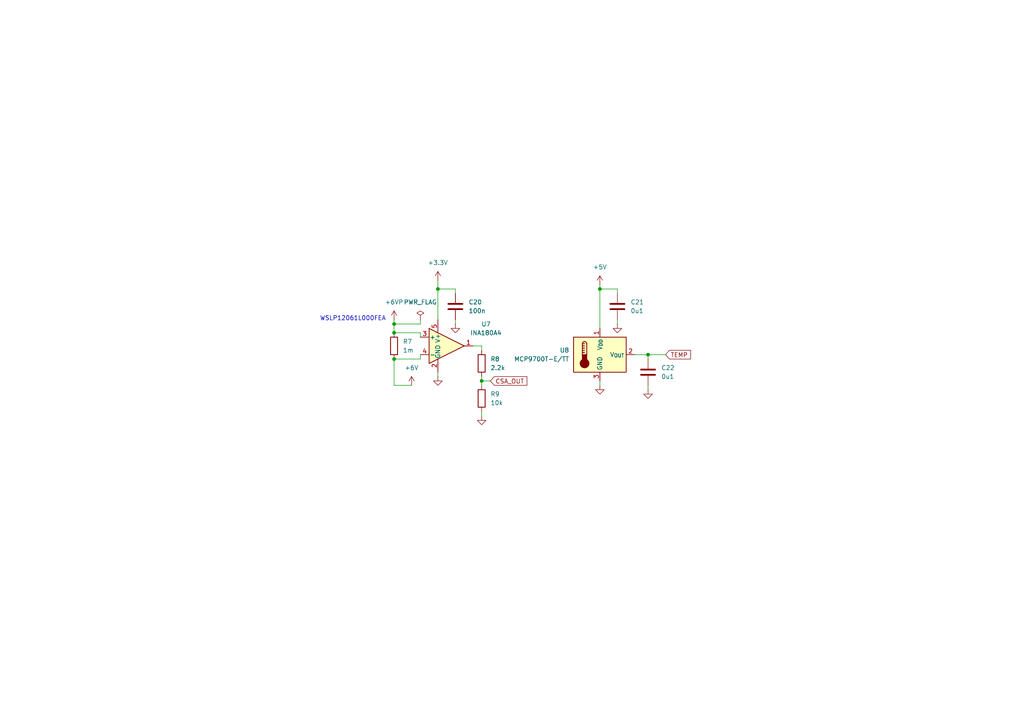
<source format=kicad_sch>
(kicad_sch (version 20250114) (generator "eeschema") (generator_version "9.0")
  (paper "A4")
  (lib_symbols
    (symbol "Amplifier_Current:INA180A4" (pin_names (offset 0.127))
      (property "Reference" "U" (at 3.81 3.81 0))
      (property "Value" "INA180A4" (at 3.81 -2.54 0))
      (symbol "INA180A4_0_1"
        (polyline (pts (xy 5.08 0) (xy -5.08 5.08) (xy -5.08 -5.08) (xy 5.08 0)) (stroke (width 0.254)) (fill (type background)))
      )
      (symbol "INA180A4_1_1"
        (pin input line (at -7.62 2.54 0) (length 2.54) (name "+") (number "3"))
        (pin input line (at -7.62 -2.54 0) (length 2.54) (name "-") (number "4"))
        (pin power_in line (at -2.54 7.62 270) (length 3.81) (name "V+") (number "5"))
        (pin power_in line (at -2.54 -7.62 90) (length 3.81) (name "GND") (number "2"))
        (pin output line (at 7.62 0 180) (length 2.54) (name "~") (number "1"))
      )
    )
    (symbol "Device:C" (pin_numbers (hide yes)) (pin_names (offset 0.254))
      (property "Reference" "C" (at 0.635 2.54 0))
      (property "Value" "C" (at 0.635 -2.54 0))
      (symbol "C_0_1"
        (polyline (pts (xy -2.032 0.762) (xy 2.032 0.762)) (stroke (width 0.508)))
        (polyline (pts (xy -2.032 -0.762) (xy 2.032 -0.762)) (stroke (width 0.508)))
      )
      (symbol "C_1_1"
        (pin passive line (at 0 3.81 270) (length 2.794) (name "~") (number "1"))
        (pin passive line (at 0 -3.81 90) (length 2.794) (name "~") (number "2"))
      )
    )
    (symbol "Device:R" (pin_numbers (hide yes)) (pin_names (offset 0))
      (property "Reference" "R" (at 2.032 0 90))
      (property "Value" "R" (at 0 0 90))
      (symbol "R_0_1"
        (rectangle (start -1.016 -2.54) (end 1.016 2.54) (stroke (width 0.254)))
      )
      (symbol "R_1_1"
        (pin passive line (at 0 3.81 270) (length 1.27) (name "~") (number "1"))
        (pin passive line (at 0 -3.81 90) (length 1.27) (name "~") (number "2"))
      )
    )
    (symbol "Sensor_Temperature:MCP9700Ax-ETT"
      (property "Reference" "U" (at -6.35 6.35 0))
      (property "Value" "MCP9700Ax-ETT" (at 1.27 6.35 0))
      (symbol "MCP9700Ax-ETT_0_1"
        (rectangle (start -7.62 5.08) (end 7.62 -5.08) (stroke (width 0.254)) (fill (type background)))
        (polyline (pts (xy -5.08 3.175) (xy -5.08 0)) (stroke (width 0.254)))
        (polyline (pts (xy -5.08 3.175) (xy -4.445 3.175)) (stroke (width 0.254)))
        (polyline (pts (xy -5.08 2.54) (xy -4.445 2.54)) (stroke (width 0.254)))
        (polyline (pts (xy -5.08 1.905) (xy -4.445 1.905)) (stroke (width 0.254)))
        (polyline (pts (xy -5.08 1.27) (xy -4.445 1.27)) (stroke (width 0.254)))
        (polyline (pts (xy -5.08 0.635) (xy -4.445 0.635)) (stroke (width 0.254)))
        (arc (start -5.08 3.175) (mid -4.445 3.8073) (end -3.81 3.175) (stroke (width 0.254)))
        (circle (center -4.445 -2.54) (radius 1.27) (stroke (width 0.254)) (fill (type outline)))
        (polyline (pts (xy -3.81 3.175) (xy -3.81 0)) (stroke (width 0.254)))
        (rectangle (start -3.81 -1.905) (end -5.08 0) (stroke (width 0.254)) (fill (type outline)))
      )
      (symbol "MCP9700Ax-ETT_1_1"
        (pin power_in line (at 0 7.62 270) (length 2.54) (name "V_{DD}") (number "1"))
        (pin power_in line (at 0 -7.62 90) (length 2.54) (name "GND") (number "3"))
        (pin output line (at 10.16 0 180) (length 2.54) (name "V_{OUT}") (number "2"))
      )
    )
    (symbol "power:+3.3V" (power) (pin_numbers (hide yes)) (pin_names (offset 0) (hide yes))
      (property "Value" "+3.3V" (at 0 3.556 0))
      (symbol "+3.3V_0_1"
        (polyline (pts (xy -0.762 1.27) (xy 0 2.54)))
        (polyline (pts (xy 0 2.54) (xy 0.762 1.27)))
        (polyline (pts (xy 0 0) (xy 0 2.54)))
      )
      (symbol "+3.3V_1_1"
        (pin power_in line (at 0 0 90) (length 0) (name "~") (number "1"))
      )
    )
    (symbol "power:+5V" (power) (pin_numbers (hide yes)) (pin_names (offset 0) (hide yes))
      (property "Value" "+5V" (at 0 3.556 0))
      (symbol "+5V_0_1"
        (polyline (pts (xy -0.762 1.27) (xy 0 2.54)))
        (polyline (pts (xy 0 2.54) (xy 0.762 1.27)))
        (polyline (pts (xy 0 0) (xy 0 2.54)))
      )
      (symbol "+5V_1_1"
        (pin power_in line (at 0 0 90) (length 0) (name "~") (number "1"))
      )
    )
    (symbol "power:+6V" (power) (pin_numbers (hide yes)) (pin_names (offset 0) (hide yes))
      (property "Value" "+6V" (at 0 3.556 0))
      (symbol "+6V_0_1"
        (polyline (pts (xy -0.762 1.27) (xy 0 2.54)))
        (polyline (pts (xy 0 2.54) (xy 0.762 1.27)))
        (polyline (pts (xy 0 0) (xy 0 2.54)))
      )
      (symbol "+6V_1_1"
        (pin power_in line (at 0 0 90) (length 0) (name "~") (number "1"))
      )
    )
    (symbol "power:GND" (power) (pin_numbers (hide yes)) (pin_names (offset 0) (hide yes))
      (property "Value" "GND" (at 0 -3.81 0))
      (symbol "GND_0_1"
        (polyline (pts (xy 0 0) (xy 0 -1.27) (xy 1.27 -1.27) (xy 0 -2.54) (xy -1.27 -1.27) (xy 0 -1.27)))
      )
      (symbol "GND_1_1"
        (pin power_in line (at 0 0 270) (length 0) (name "~") (number "1"))
      )
    )
    (symbol "power:PWR_FLAG" (power) (pin_numbers (hide yes)) (pin_names (offset 0) (hide yes))
      (property "Value" "PWR_FLAG" (at 0 3.81 0))
      (symbol "PWR_FLAG_0_0"
        (pin power_out line (at 0 0 90) (length 0) (name "~") (number "1"))
      )
      (symbol "PWR_FLAG_0_1"
        (polyline (pts (xy 0 0) (xy 0 1.27) (xy -1.016 1.905) (xy 0 2.54) (xy 1.016 1.905) (xy 0 1.27)))
      )
    )
  )
  (text "WSLP12061L000FEA" (at 102.362 92.456 0) (effects (font (size 1.27 1.27))))
  (junction (at 114.3 93.98))
  (junction (at 187.96 102.87))
  (junction (at 139.7 110.49))
  (junction (at 114.3 104.14))
  (junction (at 173.99 83.82))
  (junction (at 127 83.82))
  (junction (at 114.3 96.52))
  (wire (pts (xy 132.08 85.09) (xy 132.08 83.82)))
  (wire (pts (xy 139.7 110.49) (xy 139.7 111.76)))
  (wire (pts (xy 139.7 119.38) (xy 139.7 120.65)))
  (wire (pts (xy 173.99 82.55) (xy 173.99 83.82)))
  (wire (pts (xy 139.7 100.33) (xy 139.7 101.6)))
  (wire (pts (xy 173.99 83.82) (xy 173.99 95.25)))
  (wire (pts (xy 121.92 93.98) (xy 114.3 93.98)))
  (wire (pts (xy 114.3 93.98) (xy 114.3 96.52)))
  (wire (pts (xy 187.96 111.76) (xy 187.96 113.03)))
  (wire (pts (xy 114.3 92.71) (xy 114.3 93.98)))
  (wire (pts (xy 127 83.82) (xy 127 92.71)))
  (wire (pts (xy 132.08 83.82) (xy 127 83.82)))
  (wire (pts (xy 114.3 111.76) (xy 114.3 104.14)))
  (wire (pts (xy 114.3 104.14) (xy 121.92 104.14)))
  (wire (pts (xy 137.16 100.33) (xy 139.7 100.33)))
  (wire (pts (xy 121.92 96.52) (xy 121.92 97.79)))
  (wire (pts (xy 187.96 102.87) (xy 187.96 104.14)))
  (wire (pts (xy 127 107.95) (xy 127 109.22)))
  (wire (pts (xy 179.07 85.09) (xy 179.07 83.82)))
  (wire (pts (xy 173.99 110.49) (xy 173.99 111.76)))
  (wire (pts (xy 179.07 92.71) (xy 179.07 93.98)))
  (wire (pts (xy 179.07 83.82) (xy 173.99 83.82)))
  (wire (pts (xy 132.08 92.71) (xy 132.08 93.98)))
  (wire (pts (xy 119.38 111.76) (xy 114.3 111.76)))
  (wire (pts (xy 187.96 102.87) (xy 193.04 102.87)))
  (wire (pts (xy 121.92 104.14) (xy 121.92 102.87)))
  (wire (pts (xy 121.92 92.71) (xy 121.92 93.98)))
  (wire (pts (xy 139.7 110.49) (xy 142.24 110.49)))
  (wire (pts (xy 139.7 109.22) (xy 139.7 110.49)))
  (wire (pts (xy 184.15 102.87) (xy 187.96 102.87)))
  (wire (pts (xy 114.3 96.52) (xy 121.92 96.52)))
  (wire (pts (xy 127 81.28) (xy 127 83.82)))
  (global_label "TEMP" (shape input) (at 193.04 102.87 0) (property "Intersheetrefs" "${INTERSHEET_REFS}" (effects (hide yes))))
  (global_label "CSA_OUT" (shape input) (at 142.24 110.49 0) (property "Intersheetrefs" "${INTERSHEET_REFS}" (effects (hide yes))))
  (symbol (lib_id "Device:C") (at 187.96 107.95 0) (unit 1)
    (property "Reference" "C22" (at 191.77 106.6799 0) (effects (justify left)))
    (property "Value" "0u1" (at 191.77 109.2199 0) (effects (justify left)))
    (property "Footprint" "Capacitor_SMD:C_0402_1005Metric" (effects (hide yes)))
    (property "Description" "Unpolarized capacitor" (effects (hide yes)))
  )
  (symbol (lib_id "power:+6V") (at 119.38 111.76 0) (unit 1)
    (property "Reference" "#PWR046" (effects (hide yes)))
    (property "Value" "+6V" (at 119.38 106.68 0))
    (property "Description" "Power symbol creates a global label with name \"+6V\"" (effects (hide yes)))
  )
  (symbol (lib_id "Device:C") (at 179.07 88.9 0) (unit 1)
    (property "Reference" "C21" (at 182.88 87.6299 0) (effects (justify left)))
    (property "Value" "0u1" (at 182.88 90.1699 0) (effects (justify left)))
    (property "Footprint" "Capacitor_SMD:C_0402_1005Metric" (effects (hide yes)))
    (property "Description" "Unpolarized capacitor" (effects (hide yes)))
  )
  (symbol (lib_id "power:+3.3V") (at 127 81.28 0) (unit 1)
    (property "Reference" "#PWR047" (effects (hide yes)))
    (property "Value" "+3.3V" (at 127 76.2 0))
    (property "Description" "Power symbol creates a global label with name \"+3.3V\"" (effects (hide yes)))
  )
  (symbol (lib_id "power:+5V") (at 173.99 82.55 0) (unit 1)
    (property "Reference" "#PWR053" (effects (hide yes)))
    (property "Value" "+5V" (at 173.99 77.47 0))
    (property "Description" "Power symbol creates a global label with name \"+5V\"" (effects (hide yes)))
  )
  (symbol (lib_id "power:+6V") (at 114.3 92.71 0) (unit 1)
    (property "Reference" "#PWR029" (effects (hide yes)))
    (property "Value" "+6VP" (at 114.3 87.63 0))
    (property "Description" "Power symbol creates a global label with name \"+6V\"" (effects (hide yes)))
  )
  (symbol (lib_id "Device:R") (at 139.7 115.57 180) (unit 1)
    (property "Reference" "R9" (at 142.24 114.2999 0) (effects (justify right)))
    (property "Value" "10k" (at 142.24 116.8399 0) (effects (justify right)))
    (property "Footprint" "Resistor_SMD:R_0402_1005Metric" (effects (hide yes)))
    (property "Description" "Resistor" (effects (hide yes)))
  )
  (symbol (lib_id "Device:R") (at 114.3 100.33 0) (unit 1)
    (property "Reference" "R7" (at 116.84 99.0599 0) (effects (justify left)))
    (property "Value" "1m" (at 116.84 101.5999 0) (effects (justify left)))
    (property "Footprint" "Resistor_SMD:R_1206_3216Metric" (effects (hide yes)))
    (property "Description" "Resistor" (effects (hide yes)))
  )
  (symbol (lib_id "power:PWR_FLAG") (at 121.92 92.71 0) (unit 1)
    (property "Reference" "#FLG04" (effects (hide yes)))
    (property "Value" "PWR_FLAG" (at 121.92 87.63 0))
    (property "Description" "Special symbol for telling ERC where power comes from" (effects (hide yes)))
  )
  (symbol (lib_id "Device:R") (at 139.7 105.41 180) (unit 1)
    (property "Reference" "R8" (at 142.24 104.1399 0) (effects (justify right)))
    (property "Value" "2.2k" (at 142.24 106.6799 0) (effects (justify right)))
    (property "Footprint" "Resistor_SMD:R_0402_1005Metric" (effects (hide yes)))
    (property "Description" "Resistor" (effects (hide yes)))
  )
  (symbol (lib_id "Sensor_Temperature:MCP9700Ax-ETT") (at 173.99 102.87 0) (unit 1)
    (property "Reference" "U8" (at 165.1 101.5999 0) (effects (justify right)))
    (property "Value" "MCP9700T-E/TT" (at 165.1 104.1399 0) (effects (justify right)))
    (property "Footprint" "Package_TO_SOT_SMD:SOT-23-3" (effects (hide yes)))
    (property "Datasheet" "http://ww1.microchip.com/downloads/en/devicedoc/20001942g.pdf" (effects (hide yes)))
    (property "Description" "Low power, analog thermistor temperature sensor, ±2C accuracy, -40C to +125C, in SOT-23-3" (effects (hide yes)))
  )
  (symbol (lib_id "power:GND") (at 127 109.22 0) (unit 1)
    (property "Reference" "#PWR048" (effects (hide yes)))
    (property "Value" "GND" (effects (hide yes)))
    (property "Description" "Power symbol creates a global label with name \"GND\" , ground" (effects (hide yes)))
  )
  (symbol (lib_id "Amplifier_Current:INA180A4") (at 129.54 100.33 0) (unit 1)
    (property "Reference" "U7" (at 140.97 94.0114 0))
    (property "Value" "INA180A4" (at 140.97 96.5514 0))
    (property "Footprint" "Package_TO_SOT_SMD:SOT-23-5" (effects (hide yes)))
    (property "Datasheet" "http://www.ti.com/lit/ds/symlink/ina180.pdf" (effects (hide yes)))
    (property "Description" "Current Sense Amplifier, 1 Circuit, Rail-to-Rail, 26V, Gain 200 V/V, SOT-23-5" (effects (hide yes)))
  )
  (symbol (lib_id "power:GND") (at 173.99 111.76 0) (unit 1)
    (property "Reference" "#PWR054" (effects (hide yes)))
    (property "Value" "GND" (effects (hide yes)))
    (property "Description" "Power symbol creates a global label with name \"GND\" , ground" (effects (hide yes)))
  )
  (symbol (lib_id "power:GND") (at 179.07 93.98 0) (unit 1)
    (property "Reference" "#PWR055" (effects (hide yes)))
    (property "Value" "GND" (effects (hide yes)))
    (property "Description" "Power symbol creates a global label with name \"GND\" , ground" (effects (hide yes)))
  )
  (symbol (lib_id "Device:C") (at 132.08 88.9 0) (unit 1)
    (property "Reference" "C20" (at 135.89 87.6299 0) (effects (justify left)))
    (property "Value" "100n" (at 135.89 90.1699 0) (effects (justify left)))
    (property "Footprint" "Capacitor_SMD:C_0402_1005Metric" (effects (hide yes)))
    (property "Description" "Unpolarized capacitor" (effects (hide yes)))
  )
  (symbol (lib_id "power:GND") (at 187.96 113.03 0) (unit 1)
    (property "Reference" "#PWR056" (effects (hide yes)))
    (property "Value" "GND" (effects (hide yes)))
    (property "Description" "Power symbol creates a global label with name \"GND\" , ground" (effects (hide yes)))
  )
  (symbol (lib_id "power:GND") (at 132.08 93.98 0) (unit 1)
    (property "Reference" "#PWR049" (effects (hide yes)))
    (property "Value" "GND" (effects (hide yes)))
    (property "Description" "Power symbol creates a global label with name \"GND\" , ground" (effects (hide yes)))
  )
  (symbol (lib_id "power:GND") (at 139.7 120.65 0) (unit 1)
    (property "Reference" "#PWR050" (effects (hide yes)))
    (property "Value" "GND" (effects (hide yes)))
    (property "Description" "Power symbol creates a global label with name \"GND\" , ground" (effects (hide yes)))
  )
)
</source>
